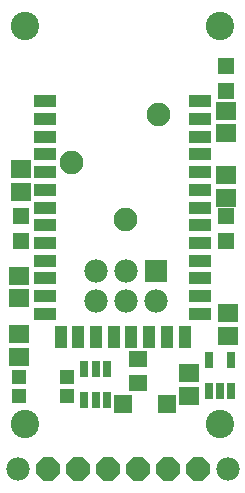
<source format=gbr>
G04 EAGLE Gerber RS-274X export*
G75*
%MOMM*%
%FSLAX34Y34*%
%LPD*%
%INSoldermask Top*%
%IPPOS*%
%AMOC8*
5,1,8,0,0,1.08239X$1,22.5*%
G01*
%ADD10C,2.403200*%
%ADD11R,1.953200X1.103200*%
%ADD12R,1.103200X1.953200*%
%ADD13R,1.703200X1.503200*%
%ADD14R,0.753200X1.403200*%
%ADD15R,1.203200X1.203200*%
%ADD16R,1.403200X1.403200*%
%ADD17C,1.203200*%
%ADD18C,0.500000*%
%ADD19P,2.144431X8X112.500000*%
%ADD20C,1.981200*%
%ADD21R,1.981200X1.981200*%
%ADD22R,1.603200X1.603200*%
%ADD23R,1.503200X1.403200*%


D10*
X184150Y50800D03*
X19050Y50800D03*
X19050Y387350D03*
X184150Y387350D03*
D11*
X35600Y323660D03*
X35600Y308660D03*
X35600Y293660D03*
X35600Y278660D03*
X35600Y263660D03*
X35600Y248660D03*
X35600Y233660D03*
X35600Y218660D03*
X35600Y203660D03*
X35600Y188660D03*
X35600Y173660D03*
X35600Y158660D03*
X35600Y143660D03*
D12*
X49100Y124160D03*
X64100Y124160D03*
X79100Y124160D03*
X94100Y124160D03*
X109100Y124160D03*
X124100Y124160D03*
X139100Y124160D03*
X154100Y124160D03*
D11*
X167600Y143660D03*
X167600Y158660D03*
X167600Y173660D03*
X167600Y188660D03*
X167600Y203660D03*
X167600Y218660D03*
X167600Y233660D03*
X167600Y248660D03*
X167600Y263660D03*
X167600Y278660D03*
X167600Y293660D03*
X167600Y308660D03*
X167600Y323660D03*
D13*
X13970Y156870D03*
X13970Y175870D03*
D14*
X174650Y78439D03*
X184150Y78439D03*
X193650Y78439D03*
X193650Y104441D03*
X174650Y104441D03*
D15*
X54290Y90550D03*
X54290Y74550D03*
X14290Y74550D03*
X14290Y90550D03*
D16*
X189230Y353400D03*
X189230Y332400D03*
D13*
X189230Y315570D03*
X189230Y296570D03*
X13970Y126340D03*
X13970Y107340D03*
X190500Y125120D03*
X190500Y144120D03*
X157480Y74320D03*
X157480Y93320D03*
D17*
X104140Y223520D03*
D18*
X104140Y231020D02*
X103959Y231018D01*
X103778Y231011D01*
X103597Y231000D01*
X103416Y230985D01*
X103236Y230965D01*
X103056Y230941D01*
X102877Y230913D01*
X102699Y230880D01*
X102522Y230843D01*
X102345Y230802D01*
X102170Y230757D01*
X101995Y230707D01*
X101822Y230653D01*
X101651Y230595D01*
X101480Y230533D01*
X101312Y230466D01*
X101145Y230396D01*
X100979Y230322D01*
X100816Y230243D01*
X100655Y230161D01*
X100495Y230075D01*
X100338Y229985D01*
X100183Y229891D01*
X100030Y229794D01*
X99880Y229692D01*
X99732Y229588D01*
X99586Y229479D01*
X99444Y229368D01*
X99304Y229252D01*
X99167Y229134D01*
X99032Y229012D01*
X98901Y228887D01*
X98773Y228759D01*
X98648Y228628D01*
X98526Y228493D01*
X98408Y228356D01*
X98292Y228216D01*
X98181Y228074D01*
X98072Y227928D01*
X97968Y227780D01*
X97866Y227630D01*
X97769Y227477D01*
X97675Y227322D01*
X97585Y227165D01*
X97499Y227005D01*
X97417Y226844D01*
X97338Y226681D01*
X97264Y226515D01*
X97194Y226348D01*
X97127Y226180D01*
X97065Y226009D01*
X97007Y225838D01*
X96953Y225665D01*
X96903Y225490D01*
X96858Y225315D01*
X96817Y225138D01*
X96780Y224961D01*
X96747Y224783D01*
X96719Y224604D01*
X96695Y224424D01*
X96675Y224244D01*
X96660Y224063D01*
X96649Y223882D01*
X96642Y223701D01*
X96640Y223520D01*
X104140Y231020D02*
X104321Y231018D01*
X104502Y231011D01*
X104683Y231000D01*
X104864Y230985D01*
X105044Y230965D01*
X105224Y230941D01*
X105403Y230913D01*
X105581Y230880D01*
X105758Y230843D01*
X105935Y230802D01*
X106110Y230757D01*
X106285Y230707D01*
X106458Y230653D01*
X106629Y230595D01*
X106800Y230533D01*
X106968Y230466D01*
X107135Y230396D01*
X107301Y230322D01*
X107464Y230243D01*
X107625Y230161D01*
X107785Y230075D01*
X107942Y229985D01*
X108097Y229891D01*
X108250Y229794D01*
X108400Y229692D01*
X108548Y229588D01*
X108694Y229479D01*
X108836Y229368D01*
X108976Y229252D01*
X109113Y229134D01*
X109248Y229012D01*
X109379Y228887D01*
X109507Y228759D01*
X109632Y228628D01*
X109754Y228493D01*
X109872Y228356D01*
X109988Y228216D01*
X110099Y228074D01*
X110208Y227928D01*
X110312Y227780D01*
X110414Y227630D01*
X110511Y227477D01*
X110605Y227322D01*
X110695Y227165D01*
X110781Y227005D01*
X110863Y226844D01*
X110942Y226681D01*
X111016Y226515D01*
X111086Y226348D01*
X111153Y226180D01*
X111215Y226009D01*
X111273Y225838D01*
X111327Y225665D01*
X111377Y225490D01*
X111422Y225315D01*
X111463Y225138D01*
X111500Y224961D01*
X111533Y224783D01*
X111561Y224604D01*
X111585Y224424D01*
X111605Y224244D01*
X111620Y224063D01*
X111631Y223882D01*
X111638Y223701D01*
X111640Y223520D01*
X111638Y223339D01*
X111631Y223158D01*
X111620Y222977D01*
X111605Y222796D01*
X111585Y222616D01*
X111561Y222436D01*
X111533Y222257D01*
X111500Y222079D01*
X111463Y221902D01*
X111422Y221725D01*
X111377Y221550D01*
X111327Y221375D01*
X111273Y221202D01*
X111215Y221031D01*
X111153Y220860D01*
X111086Y220692D01*
X111016Y220525D01*
X110942Y220359D01*
X110863Y220196D01*
X110781Y220035D01*
X110695Y219875D01*
X110605Y219718D01*
X110511Y219563D01*
X110414Y219410D01*
X110312Y219260D01*
X110208Y219112D01*
X110099Y218966D01*
X109988Y218824D01*
X109872Y218684D01*
X109754Y218547D01*
X109632Y218412D01*
X109507Y218281D01*
X109379Y218153D01*
X109248Y218028D01*
X109113Y217906D01*
X108976Y217788D01*
X108836Y217672D01*
X108694Y217561D01*
X108548Y217452D01*
X108400Y217348D01*
X108250Y217246D01*
X108097Y217149D01*
X107942Y217055D01*
X107785Y216965D01*
X107625Y216879D01*
X107464Y216797D01*
X107301Y216718D01*
X107135Y216644D01*
X106968Y216574D01*
X106800Y216507D01*
X106629Y216445D01*
X106458Y216387D01*
X106285Y216333D01*
X106110Y216283D01*
X105935Y216238D01*
X105758Y216197D01*
X105581Y216160D01*
X105403Y216127D01*
X105224Y216099D01*
X105044Y216075D01*
X104864Y216055D01*
X104683Y216040D01*
X104502Y216029D01*
X104321Y216022D01*
X104140Y216020D01*
X103959Y216022D01*
X103778Y216029D01*
X103597Y216040D01*
X103416Y216055D01*
X103236Y216075D01*
X103056Y216099D01*
X102877Y216127D01*
X102699Y216160D01*
X102522Y216197D01*
X102345Y216238D01*
X102170Y216283D01*
X101995Y216333D01*
X101822Y216387D01*
X101651Y216445D01*
X101480Y216507D01*
X101312Y216574D01*
X101145Y216644D01*
X100979Y216718D01*
X100816Y216797D01*
X100655Y216879D01*
X100495Y216965D01*
X100338Y217055D01*
X100183Y217149D01*
X100030Y217246D01*
X99880Y217348D01*
X99732Y217452D01*
X99586Y217561D01*
X99444Y217672D01*
X99304Y217788D01*
X99167Y217906D01*
X99032Y218028D01*
X98901Y218153D01*
X98773Y218281D01*
X98648Y218412D01*
X98526Y218547D01*
X98408Y218684D01*
X98292Y218824D01*
X98181Y218966D01*
X98072Y219112D01*
X97968Y219260D01*
X97866Y219410D01*
X97769Y219563D01*
X97675Y219718D01*
X97585Y219875D01*
X97499Y220035D01*
X97417Y220196D01*
X97338Y220359D01*
X97264Y220525D01*
X97194Y220692D01*
X97127Y220860D01*
X97065Y221031D01*
X97007Y221202D01*
X96953Y221375D01*
X96903Y221550D01*
X96858Y221725D01*
X96817Y221902D01*
X96780Y222079D01*
X96747Y222257D01*
X96719Y222436D01*
X96695Y222616D01*
X96675Y222796D01*
X96660Y222977D01*
X96649Y223158D01*
X96642Y223339D01*
X96640Y223520D01*
D17*
X58420Y271780D03*
D18*
X58420Y279280D02*
X58239Y279278D01*
X58058Y279271D01*
X57877Y279260D01*
X57696Y279245D01*
X57516Y279225D01*
X57336Y279201D01*
X57157Y279173D01*
X56979Y279140D01*
X56802Y279103D01*
X56625Y279062D01*
X56450Y279017D01*
X56275Y278967D01*
X56102Y278913D01*
X55931Y278855D01*
X55760Y278793D01*
X55592Y278726D01*
X55425Y278656D01*
X55259Y278582D01*
X55096Y278503D01*
X54935Y278421D01*
X54775Y278335D01*
X54618Y278245D01*
X54463Y278151D01*
X54310Y278054D01*
X54160Y277952D01*
X54012Y277848D01*
X53866Y277739D01*
X53724Y277628D01*
X53584Y277512D01*
X53447Y277394D01*
X53312Y277272D01*
X53181Y277147D01*
X53053Y277019D01*
X52928Y276888D01*
X52806Y276753D01*
X52688Y276616D01*
X52572Y276476D01*
X52461Y276334D01*
X52352Y276188D01*
X52248Y276040D01*
X52146Y275890D01*
X52049Y275737D01*
X51955Y275582D01*
X51865Y275425D01*
X51779Y275265D01*
X51697Y275104D01*
X51618Y274941D01*
X51544Y274775D01*
X51474Y274608D01*
X51407Y274440D01*
X51345Y274269D01*
X51287Y274098D01*
X51233Y273925D01*
X51183Y273750D01*
X51138Y273575D01*
X51097Y273398D01*
X51060Y273221D01*
X51027Y273043D01*
X50999Y272864D01*
X50975Y272684D01*
X50955Y272504D01*
X50940Y272323D01*
X50929Y272142D01*
X50922Y271961D01*
X50920Y271780D01*
X58420Y279280D02*
X58601Y279278D01*
X58782Y279271D01*
X58963Y279260D01*
X59144Y279245D01*
X59324Y279225D01*
X59504Y279201D01*
X59683Y279173D01*
X59861Y279140D01*
X60038Y279103D01*
X60215Y279062D01*
X60390Y279017D01*
X60565Y278967D01*
X60738Y278913D01*
X60909Y278855D01*
X61080Y278793D01*
X61248Y278726D01*
X61415Y278656D01*
X61581Y278582D01*
X61744Y278503D01*
X61905Y278421D01*
X62065Y278335D01*
X62222Y278245D01*
X62377Y278151D01*
X62530Y278054D01*
X62680Y277952D01*
X62828Y277848D01*
X62974Y277739D01*
X63116Y277628D01*
X63256Y277512D01*
X63393Y277394D01*
X63528Y277272D01*
X63659Y277147D01*
X63787Y277019D01*
X63912Y276888D01*
X64034Y276753D01*
X64152Y276616D01*
X64268Y276476D01*
X64379Y276334D01*
X64488Y276188D01*
X64592Y276040D01*
X64694Y275890D01*
X64791Y275737D01*
X64885Y275582D01*
X64975Y275425D01*
X65061Y275265D01*
X65143Y275104D01*
X65222Y274941D01*
X65296Y274775D01*
X65366Y274608D01*
X65433Y274440D01*
X65495Y274269D01*
X65553Y274098D01*
X65607Y273925D01*
X65657Y273750D01*
X65702Y273575D01*
X65743Y273398D01*
X65780Y273221D01*
X65813Y273043D01*
X65841Y272864D01*
X65865Y272684D01*
X65885Y272504D01*
X65900Y272323D01*
X65911Y272142D01*
X65918Y271961D01*
X65920Y271780D01*
X65918Y271599D01*
X65911Y271418D01*
X65900Y271237D01*
X65885Y271056D01*
X65865Y270876D01*
X65841Y270696D01*
X65813Y270517D01*
X65780Y270339D01*
X65743Y270162D01*
X65702Y269985D01*
X65657Y269810D01*
X65607Y269635D01*
X65553Y269462D01*
X65495Y269291D01*
X65433Y269120D01*
X65366Y268952D01*
X65296Y268785D01*
X65222Y268619D01*
X65143Y268456D01*
X65061Y268295D01*
X64975Y268135D01*
X64885Y267978D01*
X64791Y267823D01*
X64694Y267670D01*
X64592Y267520D01*
X64488Y267372D01*
X64379Y267226D01*
X64268Y267084D01*
X64152Y266944D01*
X64034Y266807D01*
X63912Y266672D01*
X63787Y266541D01*
X63659Y266413D01*
X63528Y266288D01*
X63393Y266166D01*
X63256Y266048D01*
X63116Y265932D01*
X62974Y265821D01*
X62828Y265712D01*
X62680Y265608D01*
X62530Y265506D01*
X62377Y265409D01*
X62222Y265315D01*
X62065Y265225D01*
X61905Y265139D01*
X61744Y265057D01*
X61581Y264978D01*
X61415Y264904D01*
X61248Y264834D01*
X61080Y264767D01*
X60909Y264705D01*
X60738Y264647D01*
X60565Y264593D01*
X60390Y264543D01*
X60215Y264498D01*
X60038Y264457D01*
X59861Y264420D01*
X59683Y264387D01*
X59504Y264359D01*
X59324Y264335D01*
X59144Y264315D01*
X58963Y264300D01*
X58782Y264289D01*
X58601Y264282D01*
X58420Y264280D01*
X58239Y264282D01*
X58058Y264289D01*
X57877Y264300D01*
X57696Y264315D01*
X57516Y264335D01*
X57336Y264359D01*
X57157Y264387D01*
X56979Y264420D01*
X56802Y264457D01*
X56625Y264498D01*
X56450Y264543D01*
X56275Y264593D01*
X56102Y264647D01*
X55931Y264705D01*
X55760Y264767D01*
X55592Y264834D01*
X55425Y264904D01*
X55259Y264978D01*
X55096Y265057D01*
X54935Y265139D01*
X54775Y265225D01*
X54618Y265315D01*
X54463Y265409D01*
X54310Y265506D01*
X54160Y265608D01*
X54012Y265712D01*
X53866Y265821D01*
X53724Y265932D01*
X53584Y266048D01*
X53447Y266166D01*
X53312Y266288D01*
X53181Y266413D01*
X53053Y266541D01*
X52928Y266672D01*
X52806Y266807D01*
X52688Y266944D01*
X52572Y267084D01*
X52461Y267226D01*
X52352Y267372D01*
X52248Y267520D01*
X52146Y267670D01*
X52049Y267823D01*
X51955Y267978D01*
X51865Y268135D01*
X51779Y268295D01*
X51697Y268456D01*
X51618Y268619D01*
X51544Y268785D01*
X51474Y268952D01*
X51407Y269120D01*
X51345Y269291D01*
X51287Y269462D01*
X51233Y269635D01*
X51183Y269810D01*
X51138Y269985D01*
X51097Y270162D01*
X51060Y270339D01*
X51027Y270517D01*
X50999Y270696D01*
X50975Y270876D01*
X50955Y271056D01*
X50940Y271237D01*
X50929Y271418D01*
X50922Y271599D01*
X50920Y271780D01*
D17*
X132080Y312420D03*
D18*
X132080Y319920D02*
X131899Y319918D01*
X131718Y319911D01*
X131537Y319900D01*
X131356Y319885D01*
X131176Y319865D01*
X130996Y319841D01*
X130817Y319813D01*
X130639Y319780D01*
X130462Y319743D01*
X130285Y319702D01*
X130110Y319657D01*
X129935Y319607D01*
X129762Y319553D01*
X129591Y319495D01*
X129420Y319433D01*
X129252Y319366D01*
X129085Y319296D01*
X128919Y319222D01*
X128756Y319143D01*
X128595Y319061D01*
X128435Y318975D01*
X128278Y318885D01*
X128123Y318791D01*
X127970Y318694D01*
X127820Y318592D01*
X127672Y318488D01*
X127526Y318379D01*
X127384Y318268D01*
X127244Y318152D01*
X127107Y318034D01*
X126972Y317912D01*
X126841Y317787D01*
X126713Y317659D01*
X126588Y317528D01*
X126466Y317393D01*
X126348Y317256D01*
X126232Y317116D01*
X126121Y316974D01*
X126012Y316828D01*
X125908Y316680D01*
X125806Y316530D01*
X125709Y316377D01*
X125615Y316222D01*
X125525Y316065D01*
X125439Y315905D01*
X125357Y315744D01*
X125278Y315581D01*
X125204Y315415D01*
X125134Y315248D01*
X125067Y315080D01*
X125005Y314909D01*
X124947Y314738D01*
X124893Y314565D01*
X124843Y314390D01*
X124798Y314215D01*
X124757Y314038D01*
X124720Y313861D01*
X124687Y313683D01*
X124659Y313504D01*
X124635Y313324D01*
X124615Y313144D01*
X124600Y312963D01*
X124589Y312782D01*
X124582Y312601D01*
X124580Y312420D01*
X132080Y319920D02*
X132261Y319918D01*
X132442Y319911D01*
X132623Y319900D01*
X132804Y319885D01*
X132984Y319865D01*
X133164Y319841D01*
X133343Y319813D01*
X133521Y319780D01*
X133698Y319743D01*
X133875Y319702D01*
X134050Y319657D01*
X134225Y319607D01*
X134398Y319553D01*
X134569Y319495D01*
X134740Y319433D01*
X134908Y319366D01*
X135075Y319296D01*
X135241Y319222D01*
X135404Y319143D01*
X135565Y319061D01*
X135725Y318975D01*
X135882Y318885D01*
X136037Y318791D01*
X136190Y318694D01*
X136340Y318592D01*
X136488Y318488D01*
X136634Y318379D01*
X136776Y318268D01*
X136916Y318152D01*
X137053Y318034D01*
X137188Y317912D01*
X137319Y317787D01*
X137447Y317659D01*
X137572Y317528D01*
X137694Y317393D01*
X137812Y317256D01*
X137928Y317116D01*
X138039Y316974D01*
X138148Y316828D01*
X138252Y316680D01*
X138354Y316530D01*
X138451Y316377D01*
X138545Y316222D01*
X138635Y316065D01*
X138721Y315905D01*
X138803Y315744D01*
X138882Y315581D01*
X138956Y315415D01*
X139026Y315248D01*
X139093Y315080D01*
X139155Y314909D01*
X139213Y314738D01*
X139267Y314565D01*
X139317Y314390D01*
X139362Y314215D01*
X139403Y314038D01*
X139440Y313861D01*
X139473Y313683D01*
X139501Y313504D01*
X139525Y313324D01*
X139545Y313144D01*
X139560Y312963D01*
X139571Y312782D01*
X139578Y312601D01*
X139580Y312420D01*
X139578Y312239D01*
X139571Y312058D01*
X139560Y311877D01*
X139545Y311696D01*
X139525Y311516D01*
X139501Y311336D01*
X139473Y311157D01*
X139440Y310979D01*
X139403Y310802D01*
X139362Y310625D01*
X139317Y310450D01*
X139267Y310275D01*
X139213Y310102D01*
X139155Y309931D01*
X139093Y309760D01*
X139026Y309592D01*
X138956Y309425D01*
X138882Y309259D01*
X138803Y309096D01*
X138721Y308935D01*
X138635Y308775D01*
X138545Y308618D01*
X138451Y308463D01*
X138354Y308310D01*
X138252Y308160D01*
X138148Y308012D01*
X138039Y307866D01*
X137928Y307724D01*
X137812Y307584D01*
X137694Y307447D01*
X137572Y307312D01*
X137447Y307181D01*
X137319Y307053D01*
X137188Y306928D01*
X137053Y306806D01*
X136916Y306688D01*
X136776Y306572D01*
X136634Y306461D01*
X136488Y306352D01*
X136340Y306248D01*
X136190Y306146D01*
X136037Y306049D01*
X135882Y305955D01*
X135725Y305865D01*
X135565Y305779D01*
X135404Y305697D01*
X135241Y305618D01*
X135075Y305544D01*
X134908Y305474D01*
X134740Y305407D01*
X134569Y305345D01*
X134398Y305287D01*
X134225Y305233D01*
X134050Y305183D01*
X133875Y305138D01*
X133698Y305097D01*
X133521Y305060D01*
X133343Y305027D01*
X133164Y304999D01*
X132984Y304975D01*
X132804Y304955D01*
X132623Y304940D01*
X132442Y304929D01*
X132261Y304922D01*
X132080Y304920D01*
X131899Y304922D01*
X131718Y304929D01*
X131537Y304940D01*
X131356Y304955D01*
X131176Y304975D01*
X130996Y304999D01*
X130817Y305027D01*
X130639Y305060D01*
X130462Y305097D01*
X130285Y305138D01*
X130110Y305183D01*
X129935Y305233D01*
X129762Y305287D01*
X129591Y305345D01*
X129420Y305407D01*
X129252Y305474D01*
X129085Y305544D01*
X128919Y305618D01*
X128756Y305697D01*
X128595Y305779D01*
X128435Y305865D01*
X128278Y305955D01*
X128123Y306049D01*
X127970Y306146D01*
X127820Y306248D01*
X127672Y306352D01*
X127526Y306461D01*
X127384Y306572D01*
X127244Y306688D01*
X127107Y306806D01*
X126972Y306928D01*
X126841Y307053D01*
X126713Y307181D01*
X126588Y307312D01*
X126466Y307447D01*
X126348Y307584D01*
X126232Y307724D01*
X126121Y307866D01*
X126012Y308012D01*
X125908Y308160D01*
X125806Y308310D01*
X125709Y308463D01*
X125615Y308618D01*
X125525Y308775D01*
X125439Y308935D01*
X125357Y309096D01*
X125278Y309259D01*
X125204Y309425D01*
X125134Y309592D01*
X125067Y309760D01*
X125005Y309931D01*
X124947Y310102D01*
X124893Y310275D01*
X124843Y310450D01*
X124798Y310625D01*
X124757Y310802D01*
X124720Y310979D01*
X124687Y311157D01*
X124659Y311336D01*
X124635Y311516D01*
X124615Y311696D01*
X124600Y311877D01*
X124589Y312058D01*
X124582Y312239D01*
X124580Y312420D01*
D19*
X38100Y12700D03*
X63500Y12700D03*
X88900Y12700D03*
X114300Y12700D03*
X139700Y12700D03*
X165100Y12700D03*
D13*
X189230Y241960D03*
X189230Y260960D03*
D16*
X189230Y205400D03*
X189230Y226400D03*
D13*
X15240Y247040D03*
X15240Y266040D03*
D16*
X15240Y205400D03*
X15240Y226400D03*
D20*
X190500Y12700D03*
X12700Y12700D03*
X129540Y154940D03*
X104140Y154940D03*
X78740Y154940D03*
D21*
X129540Y180340D03*
D20*
X104140Y180340D03*
X78740Y180340D03*
D22*
X102150Y67310D03*
X139150Y67310D03*
D14*
X69240Y70820D03*
X78740Y70820D03*
X88240Y70820D03*
X88240Y96820D03*
X78740Y96820D03*
X69240Y96820D03*
D23*
X114300Y105410D03*
X114300Y85090D03*
M02*

</source>
